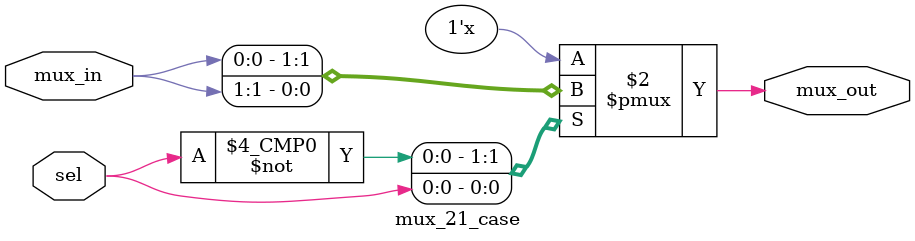
<source format=v>
module mux_21_case(mux_in, sel, mux_out);

//Declare inputs/outputs
input sel;
input [1:0] mux_in;
output mux_out;

reg mux_out;

always @ (sel or mux_in) begin

	case(sel)
		1'b0: mux_out = mux_in[0];
		1'b1: mux_out = mux_in[1];
		default: mux_out = 1'bz;
	endcase
	
end

endmodule


</source>
